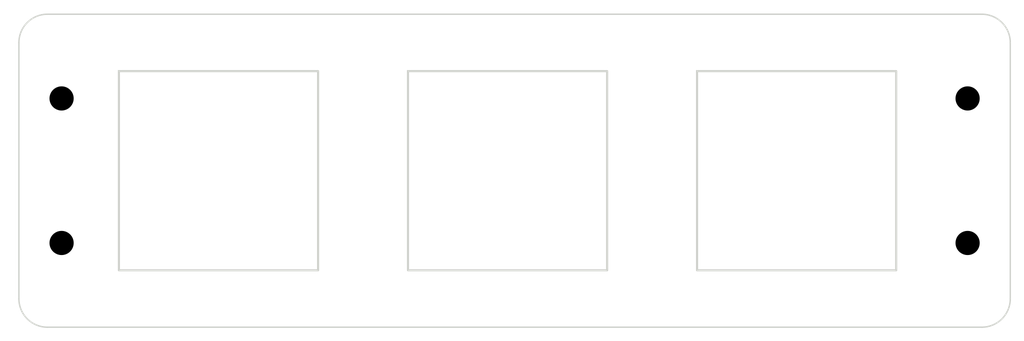
<source format=kicad_pcb>
(kicad_pcb (version 20221018) (generator pcbnew)
  (layers (0 "F.Cu" signal) (31 "B.Cu" signal) (34 "B.Paste" user) (35 "F.Paste" user) (36 "B.SilkS" user "B.Silkscreen") (37 "F.SilkS" user "F.Silkscreen") (38 "B.Mask" user) (39 "F.Mask" user) (44 "Edge.Cuts" user))
  (net 0 "")
  (footprint "PCM_kikit:NPTH" (layer "F.Cu") (at 156.019567 75.92 180)
    (fp_text reference "H2" hide)
    (fp_text value "NPTH" hide)
    (pad "" np_thru_hole circle (at 0 0 180) (size 1.7 1.7) (drill 1.7) (layers "*.Mask"))
  )
  (footprint "PCM_kikit:NPTH" (layer "F.Cu") (at 92.329567 86.08)
    (fp_text reference "H2" hide)
    (fp_text value "NPTH" hide)
    (pad "" np_thru_hole circle (at 0 0) (size 1.7 1.7) (drill 1.7) (layers "*.Mask"))
  )
  (footprint "PCM_kikit:NPTH" (layer "F.Cu") (at 92.329567 75.92)
    (fp_text reference "H1" hide)
    (fp_text value "NPTH" hide)
    (pad "" np_thru_hole circle (at 0 0) (size 1.7 1.7) (drill 1.7) (layers "*.Mask"))
  )
  (footprint "PCM_kikit:NPTH" (layer "F.Cu") (at 156.019567 86.08 180)
    (fp_text reference "H1" hide)
    (fp_text value "NPTH" hide)
    (pad "" np_thru_hole circle (at 0 0 180) (size 1.7 1.7) (drill 1.7) (layers "*.Mask"))
  )
  (gr_arc (start 89.329567 72) (mid 89.915353 70.585786) (end 91.329567 70) (stroke (width 0.1)) (layer "Edge.Cuts"))
  (gr_rect (start 137 74) (end 151 88) (stroke (width 0.15)) (fill none) (layer "Edge.Cuts"))
  (gr_arc (start 157.019567 70) (mid 158.433781 70.585786) (end 159.019567 72) (stroke (width 0.1)) (layer "Edge.Cuts"))
  (gr_arc (start 91.329567 92) (mid 89.915353 91.414214) (end 89.329567 90) (stroke (width 0.1)) (layer "Edge.Cuts"))
  (gr_rect (start 116.68 74) (end 130.68 88) (stroke (width 0.15)) (fill none) (layer "Edge.Cuts"))
  (gr_line (start 159.019567 72) (end 159.019567 90) (stroke (width 0.1)) (layer "Edge.Cuts"))
  (gr_line (start 157.019567 92) (end 91.329567 92) (stroke (width 0.1)) (layer "Edge.Cuts"))
  (gr_line (start 157.019567 70) (end 91.329567 70) (stroke (width 0.1)) (layer "Edge.Cuts"))
  (gr_line (start 89.329567 90) (end 89.329567 72) (stroke (width 0.1)) (layer "Edge.Cuts"))
  (gr_rect (start 96.36 74) (end 110.36 88) (stroke (width 0.15)) (fill none) (layer "Edge.Cuts"))
  (gr_arc (start 159.019567 90) (mid 158.433781 91.414214) (end 157.019567 92) (stroke (width 0.1)) (layer "Edge.Cuts"))
)
</source>
